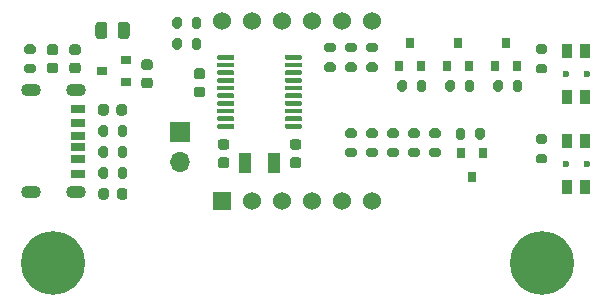
<source format=gbs>
G04 #@! TF.GenerationSoftware,KiCad,Pcbnew,(5.1.10)-1*
G04 #@! TF.CreationDate,2021-07-15T16:55:59+03:00*
G04 #@! TF.ProjectId,clock,636c6f63-6b2e-46b6-9963-61645f706362,rev?*
G04 #@! TF.SameCoordinates,Original*
G04 #@! TF.FileFunction,Soldermask,Bot*
G04 #@! TF.FilePolarity,Negative*
%FSLAX46Y46*%
G04 Gerber Fmt 4.6, Leading zero omitted, Abs format (unit mm)*
G04 Created by KiCad (PCBNEW (5.1.10)-1) date 2021-07-15 16:55:59*
%MOMM*%
%LPD*%
G01*
G04 APERTURE LIST*
%ADD10O,1.700000X1.700000*%
%ADD11R,1.700000X1.700000*%
%ADD12R,0.800000X0.900000*%
%ADD13R,0.900000X0.800000*%
%ADD14C,1.524000*%
%ADD15R,1.524000X1.524000*%
%ADD16R,1.000000X1.800000*%
%ADD17C,0.600000*%
%ADD18R,0.900000X1.225000*%
%ADD19O,1.700000X1.100000*%
%ADD20R,1.200000X0.800000*%
%ADD21R,1.200000X0.760000*%
%ADD22R,1.200000X0.700000*%
%ADD23C,5.400000*%
%ADD24C,0.800000*%
G04 APERTURE END LIST*
G36*
G01*
X49750000Y-29949000D02*
X49750000Y-29749000D01*
G75*
G02*
X49850000Y-29649000I100000J0D01*
G01*
X51125000Y-29649000D01*
G75*
G02*
X51225000Y-29749000I0J-100000D01*
G01*
X51225000Y-29949000D01*
G75*
G02*
X51125000Y-30049000I-100000J0D01*
G01*
X49850000Y-30049000D01*
G75*
G02*
X49750000Y-29949000I0J100000D01*
G01*
G37*
G36*
G01*
X49750000Y-29299000D02*
X49750000Y-29099000D01*
G75*
G02*
X49850000Y-28999000I100000J0D01*
G01*
X51125000Y-28999000D01*
G75*
G02*
X51225000Y-29099000I0J-100000D01*
G01*
X51225000Y-29299000D01*
G75*
G02*
X51125000Y-29399000I-100000J0D01*
G01*
X49850000Y-29399000D01*
G75*
G02*
X49750000Y-29299000I0J100000D01*
G01*
G37*
G36*
G01*
X49750000Y-28649000D02*
X49750000Y-28449000D01*
G75*
G02*
X49850000Y-28349000I100000J0D01*
G01*
X51125000Y-28349000D01*
G75*
G02*
X51225000Y-28449000I0J-100000D01*
G01*
X51225000Y-28649000D01*
G75*
G02*
X51125000Y-28749000I-100000J0D01*
G01*
X49850000Y-28749000D01*
G75*
G02*
X49750000Y-28649000I0J100000D01*
G01*
G37*
G36*
G01*
X49750000Y-27999000D02*
X49750000Y-27799000D01*
G75*
G02*
X49850000Y-27699000I100000J0D01*
G01*
X51125000Y-27699000D01*
G75*
G02*
X51225000Y-27799000I0J-100000D01*
G01*
X51225000Y-27999000D01*
G75*
G02*
X51125000Y-28099000I-100000J0D01*
G01*
X49850000Y-28099000D01*
G75*
G02*
X49750000Y-27999000I0J100000D01*
G01*
G37*
G36*
G01*
X49750000Y-27349000D02*
X49750000Y-27149000D01*
G75*
G02*
X49850000Y-27049000I100000J0D01*
G01*
X51125000Y-27049000D01*
G75*
G02*
X51225000Y-27149000I0J-100000D01*
G01*
X51225000Y-27349000D01*
G75*
G02*
X51125000Y-27449000I-100000J0D01*
G01*
X49850000Y-27449000D01*
G75*
G02*
X49750000Y-27349000I0J100000D01*
G01*
G37*
G36*
G01*
X49750000Y-26699000D02*
X49750000Y-26499000D01*
G75*
G02*
X49850000Y-26399000I100000J0D01*
G01*
X51125000Y-26399000D01*
G75*
G02*
X51225000Y-26499000I0J-100000D01*
G01*
X51225000Y-26699000D01*
G75*
G02*
X51125000Y-26799000I-100000J0D01*
G01*
X49850000Y-26799000D01*
G75*
G02*
X49750000Y-26699000I0J100000D01*
G01*
G37*
G36*
G01*
X49750000Y-26049000D02*
X49750000Y-25849000D01*
G75*
G02*
X49850000Y-25749000I100000J0D01*
G01*
X51125000Y-25749000D01*
G75*
G02*
X51225000Y-25849000I0J-100000D01*
G01*
X51225000Y-26049000D01*
G75*
G02*
X51125000Y-26149000I-100000J0D01*
G01*
X49850000Y-26149000D01*
G75*
G02*
X49750000Y-26049000I0J100000D01*
G01*
G37*
G36*
G01*
X49750000Y-25399000D02*
X49750000Y-25199000D01*
G75*
G02*
X49850000Y-25099000I100000J0D01*
G01*
X51125000Y-25099000D01*
G75*
G02*
X51225000Y-25199000I0J-100000D01*
G01*
X51225000Y-25399000D01*
G75*
G02*
X51125000Y-25499000I-100000J0D01*
G01*
X49850000Y-25499000D01*
G75*
G02*
X49750000Y-25399000I0J100000D01*
G01*
G37*
G36*
G01*
X49750000Y-24749000D02*
X49750000Y-24549000D01*
G75*
G02*
X49850000Y-24449000I100000J0D01*
G01*
X51125000Y-24449000D01*
G75*
G02*
X51225000Y-24549000I0J-100000D01*
G01*
X51225000Y-24749000D01*
G75*
G02*
X51125000Y-24849000I-100000J0D01*
G01*
X49850000Y-24849000D01*
G75*
G02*
X49750000Y-24749000I0J100000D01*
G01*
G37*
G36*
G01*
X49750000Y-24099000D02*
X49750000Y-23899000D01*
G75*
G02*
X49850000Y-23799000I100000J0D01*
G01*
X51125000Y-23799000D01*
G75*
G02*
X51225000Y-23899000I0J-100000D01*
G01*
X51225000Y-24099000D01*
G75*
G02*
X51125000Y-24199000I-100000J0D01*
G01*
X49850000Y-24199000D01*
G75*
G02*
X49750000Y-24099000I0J100000D01*
G01*
G37*
G36*
G01*
X44025000Y-24099000D02*
X44025000Y-23899000D01*
G75*
G02*
X44125000Y-23799000I100000J0D01*
G01*
X45400000Y-23799000D01*
G75*
G02*
X45500000Y-23899000I0J-100000D01*
G01*
X45500000Y-24099000D01*
G75*
G02*
X45400000Y-24199000I-100000J0D01*
G01*
X44125000Y-24199000D01*
G75*
G02*
X44025000Y-24099000I0J100000D01*
G01*
G37*
G36*
G01*
X44025000Y-24749000D02*
X44025000Y-24549000D01*
G75*
G02*
X44125000Y-24449000I100000J0D01*
G01*
X45400000Y-24449000D01*
G75*
G02*
X45500000Y-24549000I0J-100000D01*
G01*
X45500000Y-24749000D01*
G75*
G02*
X45400000Y-24849000I-100000J0D01*
G01*
X44125000Y-24849000D01*
G75*
G02*
X44025000Y-24749000I0J100000D01*
G01*
G37*
G36*
G01*
X44025000Y-25399000D02*
X44025000Y-25199000D01*
G75*
G02*
X44125000Y-25099000I100000J0D01*
G01*
X45400000Y-25099000D01*
G75*
G02*
X45500000Y-25199000I0J-100000D01*
G01*
X45500000Y-25399000D01*
G75*
G02*
X45400000Y-25499000I-100000J0D01*
G01*
X44125000Y-25499000D01*
G75*
G02*
X44025000Y-25399000I0J100000D01*
G01*
G37*
G36*
G01*
X44025000Y-26049000D02*
X44025000Y-25849000D01*
G75*
G02*
X44125000Y-25749000I100000J0D01*
G01*
X45400000Y-25749000D01*
G75*
G02*
X45500000Y-25849000I0J-100000D01*
G01*
X45500000Y-26049000D01*
G75*
G02*
X45400000Y-26149000I-100000J0D01*
G01*
X44125000Y-26149000D01*
G75*
G02*
X44025000Y-26049000I0J100000D01*
G01*
G37*
G36*
G01*
X44025000Y-26699000D02*
X44025000Y-26499000D01*
G75*
G02*
X44125000Y-26399000I100000J0D01*
G01*
X45400000Y-26399000D01*
G75*
G02*
X45500000Y-26499000I0J-100000D01*
G01*
X45500000Y-26699000D01*
G75*
G02*
X45400000Y-26799000I-100000J0D01*
G01*
X44125000Y-26799000D01*
G75*
G02*
X44025000Y-26699000I0J100000D01*
G01*
G37*
G36*
G01*
X44025000Y-27349000D02*
X44025000Y-27149000D01*
G75*
G02*
X44125000Y-27049000I100000J0D01*
G01*
X45400000Y-27049000D01*
G75*
G02*
X45500000Y-27149000I0J-100000D01*
G01*
X45500000Y-27349000D01*
G75*
G02*
X45400000Y-27449000I-100000J0D01*
G01*
X44125000Y-27449000D01*
G75*
G02*
X44025000Y-27349000I0J100000D01*
G01*
G37*
G36*
G01*
X44025000Y-27999000D02*
X44025000Y-27799000D01*
G75*
G02*
X44125000Y-27699000I100000J0D01*
G01*
X45400000Y-27699000D01*
G75*
G02*
X45500000Y-27799000I0J-100000D01*
G01*
X45500000Y-27999000D01*
G75*
G02*
X45400000Y-28099000I-100000J0D01*
G01*
X44125000Y-28099000D01*
G75*
G02*
X44025000Y-27999000I0J100000D01*
G01*
G37*
G36*
G01*
X44025000Y-28649000D02*
X44025000Y-28449000D01*
G75*
G02*
X44125000Y-28349000I100000J0D01*
G01*
X45400000Y-28349000D01*
G75*
G02*
X45500000Y-28449000I0J-100000D01*
G01*
X45500000Y-28649000D01*
G75*
G02*
X45400000Y-28749000I-100000J0D01*
G01*
X44125000Y-28749000D01*
G75*
G02*
X44025000Y-28649000I0J100000D01*
G01*
G37*
G36*
G01*
X44025000Y-29299000D02*
X44025000Y-29099000D01*
G75*
G02*
X44125000Y-28999000I100000J0D01*
G01*
X45400000Y-28999000D01*
G75*
G02*
X45500000Y-29099000I0J-100000D01*
G01*
X45500000Y-29299000D01*
G75*
G02*
X45400000Y-29399000I-100000J0D01*
G01*
X44125000Y-29399000D01*
G75*
G02*
X44025000Y-29299000I0J100000D01*
G01*
G37*
G36*
G01*
X44025000Y-29949000D02*
X44025000Y-29749000D01*
G75*
G02*
X44125000Y-29649000I100000J0D01*
G01*
X45400000Y-29649000D01*
G75*
G02*
X45500000Y-29749000I0J-100000D01*
G01*
X45500000Y-29949000D01*
G75*
G02*
X45400000Y-30049000I-100000J0D01*
G01*
X44125000Y-30049000D01*
G75*
G02*
X44025000Y-29949000I0J100000D01*
G01*
G37*
G36*
G01*
X34729000Y-21242000D02*
X34729000Y-22192000D01*
G75*
G02*
X34479000Y-22442000I-250000J0D01*
G01*
X33979000Y-22442000D01*
G75*
G02*
X33729000Y-22192000I0J250000D01*
G01*
X33729000Y-21242000D01*
G75*
G02*
X33979000Y-20992000I250000J0D01*
G01*
X34479000Y-20992000D01*
G75*
G02*
X34729000Y-21242000I0J-250000D01*
G01*
G37*
G36*
G01*
X36629000Y-21242000D02*
X36629000Y-22192000D01*
G75*
G02*
X36379000Y-22442000I-250000J0D01*
G01*
X35879000Y-22442000D01*
G75*
G02*
X35629000Y-22192000I0J250000D01*
G01*
X35629000Y-21242000D01*
G75*
G02*
X35879000Y-20992000I250000J0D01*
G01*
X36379000Y-20992000D01*
G75*
G02*
X36629000Y-21242000I0J-250000D01*
G01*
G37*
G36*
G01*
X34854400Y-35303750D02*
X34854400Y-35816250D01*
G75*
G02*
X34635650Y-36035000I-218750J0D01*
G01*
X34198150Y-36035000D01*
G75*
G02*
X33979400Y-35816250I0J218750D01*
G01*
X33979400Y-35303750D01*
G75*
G02*
X34198150Y-35085000I218750J0D01*
G01*
X34635650Y-35085000D01*
G75*
G02*
X34854400Y-35303750I0J-218750D01*
G01*
G37*
G36*
G01*
X36429400Y-35303750D02*
X36429400Y-35816250D01*
G75*
G02*
X36210650Y-36035000I-218750J0D01*
G01*
X35773150Y-36035000D01*
G75*
G02*
X35554400Y-35816250I0J218750D01*
G01*
X35554400Y-35303750D01*
G75*
G02*
X35773150Y-35085000I218750J0D01*
G01*
X36210650Y-35085000D01*
G75*
G02*
X36429400Y-35303750I0J-218750D01*
G01*
G37*
D10*
X40894000Y-32893000D03*
D11*
X40894000Y-30353000D03*
G36*
G01*
X32254000Y-23805000D02*
X31754000Y-23805000D01*
G75*
G02*
X31529000Y-23580000I0J225000D01*
G01*
X31529000Y-23130000D01*
G75*
G02*
X31754000Y-22905000I225000J0D01*
G01*
X32254000Y-22905000D01*
G75*
G02*
X32479000Y-23130000I0J-225000D01*
G01*
X32479000Y-23580000D01*
G75*
G02*
X32254000Y-23805000I-225000J0D01*
G01*
G37*
G36*
G01*
X32254000Y-25355000D02*
X31754000Y-25355000D01*
G75*
G02*
X31529000Y-25130000I0J225000D01*
G01*
X31529000Y-24680000D01*
G75*
G02*
X31754000Y-24455000I225000J0D01*
G01*
X32254000Y-24455000D01*
G75*
G02*
X32479000Y-24680000I0J-225000D01*
G01*
X32479000Y-25130000D01*
G75*
G02*
X32254000Y-25355000I-225000J0D01*
G01*
G37*
G36*
G01*
X30349000Y-23805000D02*
X29849000Y-23805000D01*
G75*
G02*
X29624000Y-23580000I0J225000D01*
G01*
X29624000Y-23130000D01*
G75*
G02*
X29849000Y-22905000I225000J0D01*
G01*
X30349000Y-22905000D01*
G75*
G02*
X30574000Y-23130000I0J-225000D01*
G01*
X30574000Y-23580000D01*
G75*
G02*
X30349000Y-23805000I-225000J0D01*
G01*
G37*
G36*
G01*
X30349000Y-25355000D02*
X29849000Y-25355000D01*
G75*
G02*
X29624000Y-25130000I0J225000D01*
G01*
X29624000Y-24680000D01*
G75*
G02*
X29849000Y-24455000I225000J0D01*
G01*
X30349000Y-24455000D01*
G75*
G02*
X30574000Y-24680000I0J-225000D01*
G01*
X30574000Y-25130000D01*
G75*
G02*
X30349000Y-25355000I-225000J0D01*
G01*
G37*
G36*
G01*
X50923000Y-31819000D02*
X50423000Y-31819000D01*
G75*
G02*
X50198000Y-31594000I0J225000D01*
G01*
X50198000Y-31144000D01*
G75*
G02*
X50423000Y-30919000I225000J0D01*
G01*
X50923000Y-30919000D01*
G75*
G02*
X51148000Y-31144000I0J-225000D01*
G01*
X51148000Y-31594000D01*
G75*
G02*
X50923000Y-31819000I-225000J0D01*
G01*
G37*
G36*
G01*
X50923000Y-33369000D02*
X50423000Y-33369000D01*
G75*
G02*
X50198000Y-33144000I0J225000D01*
G01*
X50198000Y-32694000D01*
G75*
G02*
X50423000Y-32469000I225000J0D01*
G01*
X50923000Y-32469000D01*
G75*
G02*
X51148000Y-32694000I0J-225000D01*
G01*
X51148000Y-33144000D01*
G75*
G02*
X50923000Y-33369000I-225000J0D01*
G01*
G37*
G36*
G01*
X44827000Y-31819000D02*
X44327000Y-31819000D01*
G75*
G02*
X44102000Y-31594000I0J225000D01*
G01*
X44102000Y-31144000D01*
G75*
G02*
X44327000Y-30919000I225000J0D01*
G01*
X44827000Y-30919000D01*
G75*
G02*
X45052000Y-31144000I0J-225000D01*
G01*
X45052000Y-31594000D01*
G75*
G02*
X44827000Y-31819000I-225000J0D01*
G01*
G37*
G36*
G01*
X44827000Y-33369000D02*
X44327000Y-33369000D01*
G75*
G02*
X44102000Y-33144000I0J225000D01*
G01*
X44102000Y-32694000D01*
G75*
G02*
X44327000Y-32469000I225000J0D01*
G01*
X44827000Y-32469000D01*
G75*
G02*
X45052000Y-32694000I0J-225000D01*
G01*
X45052000Y-33144000D01*
G75*
G02*
X44827000Y-33369000I-225000J0D01*
G01*
G37*
G36*
G01*
X38350000Y-25075000D02*
X37850000Y-25075000D01*
G75*
G02*
X37625000Y-24850000I0J225000D01*
G01*
X37625000Y-24400000D01*
G75*
G02*
X37850000Y-24175000I225000J0D01*
G01*
X38350000Y-24175000D01*
G75*
G02*
X38575000Y-24400000I0J-225000D01*
G01*
X38575000Y-24850000D01*
G75*
G02*
X38350000Y-25075000I-225000J0D01*
G01*
G37*
G36*
G01*
X38350000Y-26625000D02*
X37850000Y-26625000D01*
G75*
G02*
X37625000Y-26400000I0J225000D01*
G01*
X37625000Y-25950000D01*
G75*
G02*
X37850000Y-25725000I225000J0D01*
G01*
X38350000Y-25725000D01*
G75*
G02*
X38575000Y-25950000I0J-225000D01*
G01*
X38575000Y-26400000D01*
G75*
G02*
X38350000Y-26625000I-225000J0D01*
G01*
G37*
G36*
G01*
X35504000Y-28698000D02*
X35504000Y-28198000D01*
G75*
G02*
X35729000Y-27973000I225000J0D01*
G01*
X36179000Y-27973000D01*
G75*
G02*
X36404000Y-28198000I0J-225000D01*
G01*
X36404000Y-28698000D01*
G75*
G02*
X36179000Y-28923000I-225000J0D01*
G01*
X35729000Y-28923000D01*
G75*
G02*
X35504000Y-28698000I0J225000D01*
G01*
G37*
G36*
G01*
X33954000Y-28698000D02*
X33954000Y-28198000D01*
G75*
G02*
X34179000Y-27973000I225000J0D01*
G01*
X34629000Y-27973000D01*
G75*
G02*
X34854000Y-28198000I0J-225000D01*
G01*
X34854000Y-28698000D01*
G75*
G02*
X34629000Y-28923000I-225000J0D01*
G01*
X34179000Y-28923000D01*
G75*
G02*
X33954000Y-28698000I0J225000D01*
G01*
G37*
G36*
G01*
X42295000Y-26487000D02*
X42795000Y-26487000D01*
G75*
G02*
X43020000Y-26712000I0J-225000D01*
G01*
X43020000Y-27162000D01*
G75*
G02*
X42795000Y-27387000I-225000J0D01*
G01*
X42295000Y-27387000D01*
G75*
G02*
X42070000Y-27162000I0J225000D01*
G01*
X42070000Y-26712000D01*
G75*
G02*
X42295000Y-26487000I225000J0D01*
G01*
G37*
G36*
G01*
X42295000Y-24937000D02*
X42795000Y-24937000D01*
G75*
G02*
X43020000Y-25162000I0J-225000D01*
G01*
X43020000Y-25612000D01*
G75*
G02*
X42795000Y-25837000I-225000J0D01*
G01*
X42295000Y-25837000D01*
G75*
G02*
X42070000Y-25612000I0J225000D01*
G01*
X42070000Y-25162000D01*
G75*
G02*
X42295000Y-24937000I225000J0D01*
G01*
G37*
G36*
G01*
X68219000Y-26141000D02*
X68219000Y-26691000D01*
G75*
G02*
X68019000Y-26891000I-200000J0D01*
G01*
X67619000Y-26891000D01*
G75*
G02*
X67419000Y-26691000I0J200000D01*
G01*
X67419000Y-26141000D01*
G75*
G02*
X67619000Y-25941000I200000J0D01*
G01*
X68019000Y-25941000D01*
G75*
G02*
X68219000Y-26141000I0J-200000D01*
G01*
G37*
G36*
G01*
X69869000Y-26141000D02*
X69869000Y-26691000D01*
G75*
G02*
X69669000Y-26891000I-200000J0D01*
G01*
X69269000Y-26891000D01*
G75*
G02*
X69069000Y-26691000I0J200000D01*
G01*
X69069000Y-26141000D01*
G75*
G02*
X69269000Y-25941000I200000J0D01*
G01*
X69669000Y-25941000D01*
G75*
G02*
X69869000Y-26141000I0J-200000D01*
G01*
G37*
G36*
G01*
X41040000Y-20807000D02*
X41040000Y-21357000D01*
G75*
G02*
X40840000Y-21557000I-200000J0D01*
G01*
X40440000Y-21557000D01*
G75*
G02*
X40240000Y-21357000I0J200000D01*
G01*
X40240000Y-20807000D01*
G75*
G02*
X40440000Y-20607000I200000J0D01*
G01*
X40840000Y-20607000D01*
G75*
G02*
X41040000Y-20807000I0J-200000D01*
G01*
G37*
G36*
G01*
X42690000Y-20807000D02*
X42690000Y-21357000D01*
G75*
G02*
X42490000Y-21557000I-200000J0D01*
G01*
X42090000Y-21557000D01*
G75*
G02*
X41890000Y-21357000I0J200000D01*
G01*
X41890000Y-20807000D01*
G75*
G02*
X42090000Y-20607000I200000J0D01*
G01*
X42490000Y-20607000D01*
G75*
G02*
X42690000Y-20807000I0J-200000D01*
G01*
G37*
G36*
G01*
X65893000Y-30755000D02*
X65893000Y-30205000D01*
G75*
G02*
X66093000Y-30005000I200000J0D01*
G01*
X66493000Y-30005000D01*
G75*
G02*
X66693000Y-30205000I0J-200000D01*
G01*
X66693000Y-30755000D01*
G75*
G02*
X66493000Y-30955000I-200000J0D01*
G01*
X66093000Y-30955000D01*
G75*
G02*
X65893000Y-30755000I0J200000D01*
G01*
G37*
G36*
G01*
X64243000Y-30755000D02*
X64243000Y-30205000D01*
G75*
G02*
X64443000Y-30005000I200000J0D01*
G01*
X64843000Y-30005000D01*
G75*
G02*
X65043000Y-30205000I0J-200000D01*
G01*
X65043000Y-30755000D01*
G75*
G02*
X64843000Y-30955000I-200000J0D01*
G01*
X64443000Y-30955000D01*
G75*
G02*
X64243000Y-30755000I0J200000D01*
G01*
G37*
G36*
G01*
X64155000Y-26141000D02*
X64155000Y-26691000D01*
G75*
G02*
X63955000Y-26891000I-200000J0D01*
G01*
X63555000Y-26891000D01*
G75*
G02*
X63355000Y-26691000I0J200000D01*
G01*
X63355000Y-26141000D01*
G75*
G02*
X63555000Y-25941000I200000J0D01*
G01*
X63955000Y-25941000D01*
G75*
G02*
X64155000Y-26141000I0J-200000D01*
G01*
G37*
G36*
G01*
X65805000Y-26141000D02*
X65805000Y-26691000D01*
G75*
G02*
X65605000Y-26891000I-200000J0D01*
G01*
X65205000Y-26891000D01*
G75*
G02*
X65005000Y-26691000I0J200000D01*
G01*
X65005000Y-26141000D01*
G75*
G02*
X65205000Y-25941000I200000J0D01*
G01*
X65605000Y-25941000D01*
G75*
G02*
X65805000Y-26141000I0J-200000D01*
G01*
G37*
G36*
G01*
X60091000Y-26141000D02*
X60091000Y-26691000D01*
G75*
G02*
X59891000Y-26891000I-200000J0D01*
G01*
X59491000Y-26891000D01*
G75*
G02*
X59291000Y-26691000I0J200000D01*
G01*
X59291000Y-26141000D01*
G75*
G02*
X59491000Y-25941000I200000J0D01*
G01*
X59891000Y-25941000D01*
G75*
G02*
X60091000Y-26141000I0J-200000D01*
G01*
G37*
G36*
G01*
X61741000Y-26141000D02*
X61741000Y-26691000D01*
G75*
G02*
X61541000Y-26891000I-200000J0D01*
G01*
X61141000Y-26891000D01*
G75*
G02*
X60941000Y-26691000I0J200000D01*
G01*
X60941000Y-26141000D01*
G75*
G02*
X61141000Y-25941000I200000J0D01*
G01*
X61541000Y-25941000D01*
G75*
G02*
X61741000Y-26141000I0J-200000D01*
G01*
G37*
G36*
G01*
X59203000Y-30817000D02*
X58653000Y-30817000D01*
G75*
G02*
X58453000Y-30617000I0J200000D01*
G01*
X58453000Y-30217000D01*
G75*
G02*
X58653000Y-30017000I200000J0D01*
G01*
X59203000Y-30017000D01*
G75*
G02*
X59403000Y-30217000I0J-200000D01*
G01*
X59403000Y-30617000D01*
G75*
G02*
X59203000Y-30817000I-200000J0D01*
G01*
G37*
G36*
G01*
X59203000Y-32467000D02*
X58653000Y-32467000D01*
G75*
G02*
X58453000Y-32267000I0J200000D01*
G01*
X58453000Y-31867000D01*
G75*
G02*
X58653000Y-31667000I200000J0D01*
G01*
X59203000Y-31667000D01*
G75*
G02*
X59403000Y-31867000I0J-200000D01*
G01*
X59403000Y-32267000D01*
G75*
G02*
X59203000Y-32467000I-200000J0D01*
G01*
G37*
G36*
G01*
X62759000Y-30817000D02*
X62209000Y-30817000D01*
G75*
G02*
X62009000Y-30617000I0J200000D01*
G01*
X62009000Y-30217000D01*
G75*
G02*
X62209000Y-30017000I200000J0D01*
G01*
X62759000Y-30017000D01*
G75*
G02*
X62959000Y-30217000I0J-200000D01*
G01*
X62959000Y-30617000D01*
G75*
G02*
X62759000Y-30817000I-200000J0D01*
G01*
G37*
G36*
G01*
X62759000Y-32467000D02*
X62209000Y-32467000D01*
G75*
G02*
X62009000Y-32267000I0J200000D01*
G01*
X62009000Y-31867000D01*
G75*
G02*
X62209000Y-31667000I200000J0D01*
G01*
X62759000Y-31667000D01*
G75*
G02*
X62959000Y-31867000I0J-200000D01*
G01*
X62959000Y-32267000D01*
G75*
G02*
X62759000Y-32467000I-200000J0D01*
G01*
G37*
G36*
G01*
X55097000Y-24428000D02*
X55647000Y-24428000D01*
G75*
G02*
X55847000Y-24628000I0J-200000D01*
G01*
X55847000Y-25028000D01*
G75*
G02*
X55647000Y-25228000I-200000J0D01*
G01*
X55097000Y-25228000D01*
G75*
G02*
X54897000Y-25028000I0J200000D01*
G01*
X54897000Y-24628000D01*
G75*
G02*
X55097000Y-24428000I200000J0D01*
G01*
G37*
G36*
G01*
X55097000Y-22778000D02*
X55647000Y-22778000D01*
G75*
G02*
X55847000Y-22978000I0J-200000D01*
G01*
X55847000Y-23378000D01*
G75*
G02*
X55647000Y-23578000I-200000J0D01*
G01*
X55097000Y-23578000D01*
G75*
G02*
X54897000Y-23378000I0J200000D01*
G01*
X54897000Y-22978000D01*
G75*
G02*
X55097000Y-22778000I200000J0D01*
G01*
G37*
G36*
G01*
X55647000Y-30817000D02*
X55097000Y-30817000D01*
G75*
G02*
X54897000Y-30617000I0J200000D01*
G01*
X54897000Y-30217000D01*
G75*
G02*
X55097000Y-30017000I200000J0D01*
G01*
X55647000Y-30017000D01*
G75*
G02*
X55847000Y-30217000I0J-200000D01*
G01*
X55847000Y-30617000D01*
G75*
G02*
X55647000Y-30817000I-200000J0D01*
G01*
G37*
G36*
G01*
X55647000Y-32467000D02*
X55097000Y-32467000D01*
G75*
G02*
X54897000Y-32267000I0J200000D01*
G01*
X54897000Y-31867000D01*
G75*
G02*
X55097000Y-31667000I200000J0D01*
G01*
X55647000Y-31667000D01*
G75*
G02*
X55847000Y-31867000I0J-200000D01*
G01*
X55847000Y-32267000D01*
G75*
G02*
X55647000Y-32467000I-200000J0D01*
G01*
G37*
G36*
G01*
X57425000Y-30817000D02*
X56875000Y-30817000D01*
G75*
G02*
X56675000Y-30617000I0J200000D01*
G01*
X56675000Y-30217000D01*
G75*
G02*
X56875000Y-30017000I200000J0D01*
G01*
X57425000Y-30017000D01*
G75*
G02*
X57625000Y-30217000I0J-200000D01*
G01*
X57625000Y-30617000D01*
G75*
G02*
X57425000Y-30817000I-200000J0D01*
G01*
G37*
G36*
G01*
X57425000Y-32467000D02*
X56875000Y-32467000D01*
G75*
G02*
X56675000Y-32267000I0J200000D01*
G01*
X56675000Y-31867000D01*
G75*
G02*
X56875000Y-31667000I200000J0D01*
G01*
X57425000Y-31667000D01*
G75*
G02*
X57625000Y-31867000I0J-200000D01*
G01*
X57625000Y-32267000D01*
G75*
G02*
X57425000Y-32467000I-200000J0D01*
G01*
G37*
G36*
G01*
X60981000Y-30817000D02*
X60431000Y-30817000D01*
G75*
G02*
X60231000Y-30617000I0J200000D01*
G01*
X60231000Y-30217000D01*
G75*
G02*
X60431000Y-30017000I200000J0D01*
G01*
X60981000Y-30017000D01*
G75*
G02*
X61181000Y-30217000I0J-200000D01*
G01*
X61181000Y-30617000D01*
G75*
G02*
X60981000Y-30817000I-200000J0D01*
G01*
G37*
G36*
G01*
X60981000Y-32467000D02*
X60431000Y-32467000D01*
G75*
G02*
X60231000Y-32267000I0J200000D01*
G01*
X60231000Y-31867000D01*
G75*
G02*
X60431000Y-31667000I200000J0D01*
G01*
X60981000Y-31667000D01*
G75*
G02*
X61181000Y-31867000I0J-200000D01*
G01*
X61181000Y-32267000D01*
G75*
G02*
X60981000Y-32467000I-200000J0D01*
G01*
G37*
G36*
G01*
X56875000Y-24428000D02*
X57425000Y-24428000D01*
G75*
G02*
X57625000Y-24628000I0J-200000D01*
G01*
X57625000Y-25028000D01*
G75*
G02*
X57425000Y-25228000I-200000J0D01*
G01*
X56875000Y-25228000D01*
G75*
G02*
X56675000Y-25028000I0J200000D01*
G01*
X56675000Y-24628000D01*
G75*
G02*
X56875000Y-24428000I200000J0D01*
G01*
G37*
G36*
G01*
X56875000Y-22778000D02*
X57425000Y-22778000D01*
G75*
G02*
X57625000Y-22978000I0J-200000D01*
G01*
X57625000Y-23378000D01*
G75*
G02*
X57425000Y-23578000I-200000J0D01*
G01*
X56875000Y-23578000D01*
G75*
G02*
X56675000Y-23378000I0J200000D01*
G01*
X56675000Y-22978000D01*
G75*
G02*
X56875000Y-22778000I200000J0D01*
G01*
G37*
G36*
G01*
X53319000Y-24428000D02*
X53869000Y-24428000D01*
G75*
G02*
X54069000Y-24628000I0J-200000D01*
G01*
X54069000Y-25028000D01*
G75*
G02*
X53869000Y-25228000I-200000J0D01*
G01*
X53319000Y-25228000D01*
G75*
G02*
X53119000Y-25028000I0J200000D01*
G01*
X53119000Y-24628000D01*
G75*
G02*
X53319000Y-24428000I200000J0D01*
G01*
G37*
G36*
G01*
X53319000Y-22778000D02*
X53869000Y-22778000D01*
G75*
G02*
X54069000Y-22978000I0J-200000D01*
G01*
X54069000Y-23378000D01*
G75*
G02*
X53869000Y-23578000I-200000J0D01*
G01*
X53319000Y-23578000D01*
G75*
G02*
X53119000Y-23378000I0J200000D01*
G01*
X53119000Y-22978000D01*
G75*
G02*
X53319000Y-22778000I200000J0D01*
G01*
G37*
G36*
G01*
X41890000Y-23135000D02*
X41890000Y-22585000D01*
G75*
G02*
X42090000Y-22385000I200000J0D01*
G01*
X42490000Y-22385000D01*
G75*
G02*
X42690000Y-22585000I0J-200000D01*
G01*
X42690000Y-23135000D01*
G75*
G02*
X42490000Y-23335000I-200000J0D01*
G01*
X42090000Y-23335000D01*
G75*
G02*
X41890000Y-23135000I0J200000D01*
G01*
G37*
G36*
G01*
X40240000Y-23135000D02*
X40240000Y-22585000D01*
G75*
G02*
X40440000Y-22385000I200000J0D01*
G01*
X40840000Y-22385000D01*
G75*
G02*
X41040000Y-22585000I0J-200000D01*
G01*
X41040000Y-23135000D01*
G75*
G02*
X40840000Y-23335000I-200000J0D01*
G01*
X40440000Y-23335000D01*
G75*
G02*
X40240000Y-23135000I0J200000D01*
G01*
G37*
G36*
G01*
X71776000Y-31325000D02*
X71226000Y-31325000D01*
G75*
G02*
X71026000Y-31125000I0J200000D01*
G01*
X71026000Y-30725000D01*
G75*
G02*
X71226000Y-30525000I200000J0D01*
G01*
X71776000Y-30525000D01*
G75*
G02*
X71976000Y-30725000I0J-200000D01*
G01*
X71976000Y-31125000D01*
G75*
G02*
X71776000Y-31325000I-200000J0D01*
G01*
G37*
G36*
G01*
X71776000Y-32975000D02*
X71226000Y-32975000D01*
G75*
G02*
X71026000Y-32775000I0J200000D01*
G01*
X71026000Y-32375000D01*
G75*
G02*
X71226000Y-32175000I200000J0D01*
G01*
X71776000Y-32175000D01*
G75*
G02*
X71976000Y-32375000I0J-200000D01*
G01*
X71976000Y-32775000D01*
G75*
G02*
X71776000Y-32975000I-200000J0D01*
G01*
G37*
G36*
G01*
X71776000Y-23705000D02*
X71226000Y-23705000D01*
G75*
G02*
X71026000Y-23505000I0J200000D01*
G01*
X71026000Y-23105000D01*
G75*
G02*
X71226000Y-22905000I200000J0D01*
G01*
X71776000Y-22905000D01*
G75*
G02*
X71976000Y-23105000I0J-200000D01*
G01*
X71976000Y-23505000D01*
G75*
G02*
X71776000Y-23705000I-200000J0D01*
G01*
G37*
G36*
G01*
X71776000Y-25355000D02*
X71226000Y-25355000D01*
G75*
G02*
X71026000Y-25155000I0J200000D01*
G01*
X71026000Y-24755000D01*
G75*
G02*
X71226000Y-24555000I200000J0D01*
G01*
X71776000Y-24555000D01*
G75*
G02*
X71976000Y-24755000I0J-200000D01*
G01*
X71976000Y-25155000D01*
G75*
G02*
X71776000Y-25355000I-200000J0D01*
G01*
G37*
G36*
G01*
X28469000Y-23705000D02*
X27919000Y-23705000D01*
G75*
G02*
X27719000Y-23505000I0J200000D01*
G01*
X27719000Y-23105000D01*
G75*
G02*
X27919000Y-22905000I200000J0D01*
G01*
X28469000Y-22905000D01*
G75*
G02*
X28669000Y-23105000I0J-200000D01*
G01*
X28669000Y-23505000D01*
G75*
G02*
X28469000Y-23705000I-200000J0D01*
G01*
G37*
G36*
G01*
X28469000Y-25355000D02*
X27919000Y-25355000D01*
G75*
G02*
X27719000Y-25155000I0J200000D01*
G01*
X27719000Y-24755000D01*
G75*
G02*
X27919000Y-24555000I200000J0D01*
G01*
X28469000Y-24555000D01*
G75*
G02*
X28669000Y-24755000I0J-200000D01*
G01*
X28669000Y-25155000D01*
G75*
G02*
X28469000Y-25355000I-200000J0D01*
G01*
G37*
G36*
G01*
X35629400Y-32279000D02*
X35629400Y-31729000D01*
G75*
G02*
X35829400Y-31529000I200000J0D01*
G01*
X36229400Y-31529000D01*
G75*
G02*
X36429400Y-31729000I0J-200000D01*
G01*
X36429400Y-32279000D01*
G75*
G02*
X36229400Y-32479000I-200000J0D01*
G01*
X35829400Y-32479000D01*
G75*
G02*
X35629400Y-32279000I0J200000D01*
G01*
G37*
G36*
G01*
X33979400Y-32279000D02*
X33979400Y-31729000D01*
G75*
G02*
X34179400Y-31529000I200000J0D01*
G01*
X34579400Y-31529000D01*
G75*
G02*
X34779400Y-31729000I0J-200000D01*
G01*
X34779400Y-32279000D01*
G75*
G02*
X34579400Y-32479000I-200000J0D01*
G01*
X34179400Y-32479000D01*
G75*
G02*
X33979400Y-32279000I0J200000D01*
G01*
G37*
G36*
G01*
X35629400Y-30501000D02*
X35629400Y-29951000D01*
G75*
G02*
X35829400Y-29751000I200000J0D01*
G01*
X36229400Y-29751000D01*
G75*
G02*
X36429400Y-29951000I0J-200000D01*
G01*
X36429400Y-30501000D01*
G75*
G02*
X36229400Y-30701000I-200000J0D01*
G01*
X35829400Y-30701000D01*
G75*
G02*
X35629400Y-30501000I0J200000D01*
G01*
G37*
G36*
G01*
X33979400Y-30501000D02*
X33979400Y-29951000D01*
G75*
G02*
X34179400Y-29751000I200000J0D01*
G01*
X34579400Y-29751000D01*
G75*
G02*
X34779400Y-29951000I0J-200000D01*
G01*
X34779400Y-30501000D01*
G75*
G02*
X34579400Y-30701000I-200000J0D01*
G01*
X34179400Y-30701000D01*
G75*
G02*
X33979400Y-30501000I0J200000D01*
G01*
G37*
G36*
G01*
X34779400Y-33507000D02*
X34779400Y-34057000D01*
G75*
G02*
X34579400Y-34257000I-200000J0D01*
G01*
X34179400Y-34257000D01*
G75*
G02*
X33979400Y-34057000I0J200000D01*
G01*
X33979400Y-33507000D01*
G75*
G02*
X34179400Y-33307000I200000J0D01*
G01*
X34579400Y-33307000D01*
G75*
G02*
X34779400Y-33507000I0J-200000D01*
G01*
G37*
G36*
G01*
X36429400Y-33507000D02*
X36429400Y-34057000D01*
G75*
G02*
X36229400Y-34257000I-200000J0D01*
G01*
X35829400Y-34257000D01*
G75*
G02*
X35629400Y-34057000I0J200000D01*
G01*
X35629400Y-33507000D01*
G75*
G02*
X35829400Y-33307000I200000J0D01*
G01*
X36229400Y-33307000D01*
G75*
G02*
X36429400Y-33507000I0J-200000D01*
G01*
G37*
D12*
X60386000Y-22765000D03*
X59436000Y-24765000D03*
X61336000Y-24765000D03*
X65598000Y-34131000D03*
X66548000Y-32131000D03*
X64648000Y-32131000D03*
D13*
X34322000Y-25146000D03*
X36322000Y-26096000D03*
X36322000Y-24196000D03*
D12*
X64450000Y-22765000D03*
X63500000Y-24765000D03*
X65400000Y-24765000D03*
X68514000Y-22765000D03*
X67564000Y-24765000D03*
X69464000Y-24765000D03*
D14*
X44450000Y-20955000D03*
X46990000Y-20955000D03*
X49530000Y-20955000D03*
X52070000Y-20955000D03*
X54610000Y-20955000D03*
X57150000Y-20955000D03*
X57150000Y-36195000D03*
X54610000Y-36195000D03*
X52070000Y-36195000D03*
X49530000Y-36195000D03*
X46990000Y-36195000D03*
D15*
X44450000Y-36195000D03*
D16*
X48875000Y-32918400D03*
X46375000Y-32918400D03*
D17*
X75336400Y-33020000D03*
X73536400Y-33020000D03*
D18*
X75186400Y-31107500D03*
X75186400Y-34932500D03*
X73686400Y-34932500D03*
X73686400Y-31107500D03*
D17*
X75336400Y-25400000D03*
X73536400Y-25400000D03*
D18*
X75186400Y-23487500D03*
X75186400Y-27312500D03*
X73686400Y-27312500D03*
X73686400Y-23487500D03*
D19*
X28275200Y-35435000D03*
X32075200Y-35435000D03*
X28275200Y-26795000D03*
D20*
X32225200Y-28365000D03*
D21*
X32225200Y-29595000D03*
D22*
X32225200Y-30615000D03*
X32225200Y-31615000D03*
D21*
X32225200Y-32635000D03*
D19*
X32075200Y-26795000D03*
D20*
X32225200Y-33865000D03*
D23*
X71501000Y-41402000D03*
D24*
X69476000Y-41402000D03*
X70069109Y-42833891D03*
X71501000Y-43427000D03*
X72932891Y-42833891D03*
X73526000Y-41402000D03*
X72932891Y-39970109D03*
X71501000Y-39377000D03*
X70069109Y-39970109D03*
D23*
X30099000Y-41402000D03*
D24*
X32124000Y-41402000D03*
X31530891Y-39970109D03*
X30099000Y-39377000D03*
X28667109Y-39970109D03*
X28074000Y-41402000D03*
X28667109Y-42833891D03*
X30099000Y-43427000D03*
X31530891Y-42833891D03*
M02*

</source>
